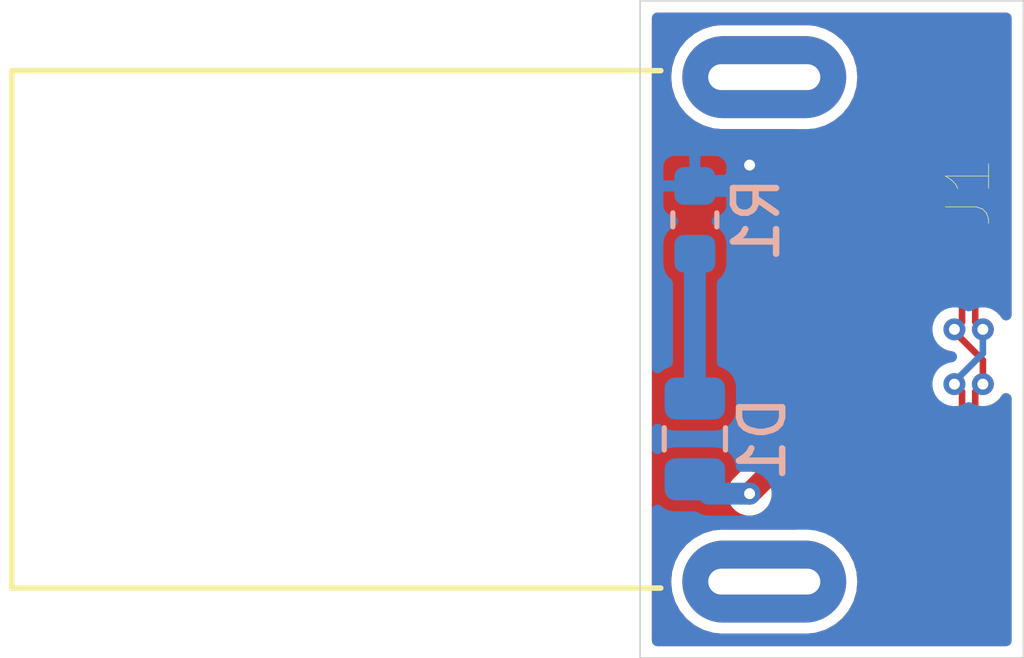
<source format=kicad_pcb>
(kicad_pcb (version 20171130) (host pcbnew 5.1.6-c6e7f7d~87~ubuntu19.10.1)

  (general
    (thickness 1.6002)
    (drawings 4)
    (tracks 61)
    (zones 0)
    (modules 3)
    (nets 10)
  )

  (page USLetter)
  (title_block
    (rev 1)
  )

  (layers
    (0 Front signal)
    (31 Back signal)
    (34 B.Paste user)
    (35 F.Paste user)
    (36 B.SilkS user)
    (37 F.SilkS user)
    (38 B.Mask user)
    (39 F.Mask user)
    (44 Edge.Cuts user)
    (45 Margin user)
    (46 B.CrtYd user hide)
    (47 F.CrtYd user hide)
    (49 F.Fab user hide)
  )

  (setup
    (last_trace_width 0.1524)
    (user_trace_width 0.254)
    (user_trace_width 0.508)
    (user_trace_width 0.762)
    (trace_clearance 0.1524)
    (zone_clearance 0.254)
    (zone_45_only no)
    (trace_min 0.1524)
    (via_size 0.508)
    (via_drill 0.254)
    (via_min_size 0.508)
    (via_min_drill 0.254)
    (user_via 0.6858 0.3302)
    (user_via 0.889 0.381)
    (uvia_size 0.6858)
    (uvia_drill 0.254)
    (uvias_allowed no)
    (uvia_min_size 0)
    (uvia_min_drill 0)
    (edge_width 0.0381)
    (segment_width 0.254)
    (pcb_text_width 0.3048)
    (pcb_text_size 1.524 1.524)
    (mod_edge_width 0.127)
    (mod_text_size 0.762 0.762)
    (mod_text_width 0.127)
    (pad_size 1.524 1.524)
    (pad_drill 0.762)
    (pad_to_mask_clearance 0.0508)
    (aux_axis_origin 0 0)
    (visible_elements FFFFFF7F)
    (pcbplotparams
      (layerselection 0x010fc_ffffffff)
      (usegerberextensions false)
      (usegerberattributes false)
      (usegerberadvancedattributes false)
      (creategerberjobfile false)
      (excludeedgelayer true)
      (linewidth 0.152400)
      (plotframeref false)
      (viasonmask false)
      (mode 1)
      (useauxorigin false)
      (hpglpennumber 1)
      (hpglpenspeed 20)
      (hpglpendiameter 15.000000)
      (psnegative false)
      (psa4output false)
      (plotreference true)
      (plotvalue false)
      (plotinvisibletext false)
      (padsonsilk false)
      (subtractmaskfromsilk true)
      (outputformat 1)
      (mirror false)
      (drillshape 0)
      (scaleselection 1)
      (outputdirectory "./gerbers"))
  )

  (net 0 "")
  (net 1 /VBUS)
  (net 2 "Net-(D1-Pad1)")
  (net 3 "Net-(J1-PadS1)")
  (net 4 /D_P)
  (net 5 /D_N)
  (net 6 "Net-(J1-Pad2)")
  (net 7 "Net-(J1-Pad7)")
  (net 8 "Net-(J1-Pad3)")
  (net 9 /GND)

  (net_class Default "This is the default net class."
    (clearance 0.1524)
    (trace_width 0.1524)
    (via_dia 0.508)
    (via_drill 0.254)
    (uvia_dia 0.6858)
    (uvia_drill 0.254)
    (diff_pair_width 0.1524)
    (diff_pair_gap 0.1524)
    (add_net /D_N)
    (add_net /D_P)
    (add_net /GND)
    (add_net /VBUS)
    (add_net "Net-(D1-Pad1)")
    (add_net "Net-(J1-Pad2)")
    (add_net "Net-(J1-Pad3)")
    (add_net "Net-(J1-Pad7)")
    (add_net "Net-(J1-PadS1)")
  )

  (module tom-passives:R_0603_1608Metric (layer Back) (tedit 5B301BBD) (tstamp 5F2C4236)
    (at 102.87 106.68 90)
    (descr "Resistor SMD 0603 (1608 Metric), square (rectangular) end terminal, IPC_7351 nominal, (Body size source: http://www.tortai-tech.com/upload/download/2011102023233369053.pdf), generated with kicad-footprint-generator")
    (tags resistor)
    (path /5F2C5EE1)
    (attr smd)
    (fp_text reference R1 (at 0 1.43 90) (layer B.SilkS)
      (effects (font (size 1 1) (thickness 0.15)) (justify mirror))
    )
    (fp_text value 2.2K (at 0 -1.43 90) (layer B.Fab)
      (effects (font (size 1 1) (thickness 0.15)) (justify mirror))
    )
    (fp_text user %R (at 0 0 90) (layer B.Fab)
      (effects (font (size 0.4 0.4) (thickness 0.06)) (justify mirror))
    )
    (fp_line (start -0.8 -0.4) (end -0.8 0.4) (layer B.Fab) (width 0.1))
    (fp_line (start -0.8 0.4) (end 0.8 0.4) (layer B.Fab) (width 0.1))
    (fp_line (start 0.8 0.4) (end 0.8 -0.4) (layer B.Fab) (width 0.1))
    (fp_line (start 0.8 -0.4) (end -0.8 -0.4) (layer B.Fab) (width 0.1))
    (fp_line (start -0.162779 0.51) (end 0.162779 0.51) (layer B.SilkS) (width 0.12))
    (fp_line (start -0.162779 -0.51) (end 0.162779 -0.51) (layer B.SilkS) (width 0.12))
    (fp_line (start -1.48 -0.73) (end -1.48 0.73) (layer B.CrtYd) (width 0.05))
    (fp_line (start -1.48 0.73) (end 1.48 0.73) (layer B.CrtYd) (width 0.05))
    (fp_line (start 1.48 0.73) (end 1.48 -0.73) (layer B.CrtYd) (width 0.05))
    (fp_line (start 1.48 -0.73) (end -1.48 -0.73) (layer B.CrtYd) (width 0.05))
    (pad 2 smd roundrect (at 0.7875 0 90) (size 0.875 0.95) (layers Back B.Paste B.Mask) (roundrect_rratio 0.25)
      (net 9 /GND))
    (pad 1 smd roundrect (at -0.7875 0 90) (size 0.875 0.95) (layers Back B.Paste B.Mask) (roundrect_rratio 0.25)
      (net 2 "Net-(D1-Pad1)"))
    (model ${KISYS3DMOD}/Resistor_SMD.3dshapes/R_0603_1608Metric.wrl
      (at (xyz 0 0 0))
      (scale (xyz 1 1 1))
      (rotate (xyz 0 0 0))
    )
  )

  (module usb3-loopback:AMPHENOL_GSB416445CHR (layer Front) (tedit 5F2C33DE) (tstamp 5F2C4005)
    (at 106.68 109.22 270)
    (path /5F2C35A3)
    (fp_text reference J1 (at -3.175 -2.54 90) (layer F.SilkS)
      (effects (font (size 1 1) (thickness 0.015)))
    )
    (fp_text value GSB416445CHR (at 7.62 20.955 90) (layer F.Fab)
      (effects (font (size 1 1) (thickness 0.015)))
    )
    (fp_line (start -6 0.9) (end -6 19.65) (layer F.Fab) (width 0.127))
    (fp_line (start -6 19.65) (end 6 19.65) (layer F.Fab) (width 0.127))
    (fp_line (start 6 19.65) (end 6 0.9) (layer F.Fab) (width 0.127))
    (fp_line (start 6 0.9) (end -6 0.9) (layer F.Fab) (width 0.127))
    (fp_line (start -6 19.65) (end 6 19.65) (layer F.SilkS) (width 0.127))
    (fp_line (start 6 19.65) (end 6 4.6) (layer F.SilkS) (width 0.127))
    (fp_line (start -6 4.6) (end -6 19.65) (layer F.SilkS) (width 0.127))
    (fp_line (start -6.25 4.4) (end -6.25 19.9) (layer F.CrtYd) (width 0.05))
    (fp_line (start -6.25 19.9) (end 6.25 19.9) (layer F.CrtYd) (width 0.05))
    (fp_line (start 6.25 19.9) (end 6.25 4.4) (layer F.CrtYd) (width 0.05))
    (fp_line (start 6.25 4.4) (end 7.05 4.4) (layer F.CrtYd) (width 0.05))
    (fp_line (start 7.05 4.4) (end 7.05 0) (layer F.CrtYd) (width 0.05))
    (fp_line (start 7.05 0) (end 4.6 0) (layer F.CrtYd) (width 0.05))
    (fp_line (start 4.6 0) (end 4.6 -1.4) (layer F.CrtYd) (width 0.05))
    (fp_line (start 4.6 -1.4) (end -4.6 -1.4) (layer F.CrtYd) (width 0.05))
    (fp_line (start -4.6 -1.4) (end -4.6 0) (layer F.CrtYd) (width 0.05))
    (fp_line (start -4.6 0) (end -7.05 0) (layer F.CrtYd) (width 0.05))
    (fp_line (start -7.05 0) (end -7.05 4.4) (layer F.CrtYd) (width 0.05))
    (fp_line (start -7.05 4.4) (end -6.25 4.4) (layer F.CrtYd) (width 0.05))
    (pad S2 thru_hole oval (at 5.85 2.2 270) (size 1.9 3.8) (drill oval 0.6 2.6) (layers *.Cu *.Mask)
      (net 3 "Net-(J1-PadS1)"))
    (pad S1 thru_hole oval (at -5.85 2.2 270) (size 1.9 3.8) (drill oval 0.6 2.6) (layers *.Cu *.Mask)
      (net 3 "Net-(J1-PadS1)"))
    (pad 9 smd rect (at 4 0 270) (size 0.7 2.3) (layers Front F.Paste F.Mask)
      (net 4 /D_P))
    (pad 1 smd rect (at 3 0 270) (size 0.7 2.3) (layers Front F.Paste F.Mask)
      (net 1 /VBUS))
    (pad 8 smd rect (at 2 0 270) (size 0.7 2.3) (layers Front F.Paste F.Mask)
      (net 5 /D_N))
    (pad 2 smd rect (at 1 0 270) (size 0.7 2.3) (layers Front F.Paste F.Mask)
      (net 6 "Net-(J1-Pad2)"))
    (pad 7 smd rect (at 0 0 270) (size 0.7 2.3) (layers Front F.Paste F.Mask)
      (net 7 "Net-(J1-Pad7)"))
    (pad 3 smd rect (at -1 0 270) (size 0.7 2.3) (layers Front F.Paste F.Mask)
      (net 8 "Net-(J1-Pad3)"))
    (pad 6 smd rect (at -2 0 270) (size 0.7 2.3) (layers Front F.Paste F.Mask)
      (net 4 /D_P))
    (pad 4 smd rect (at -3 0 270) (size 0.7 2.3) (layers Front F.Paste F.Mask)
      (net 9 /GND))
    (pad 5 smd rect (at -4 0 270) (size 0.7 2.3) (layers Front F.Paste F.Mask)
      (net 5 /D_N))
  )

  (module tom-passives:C_0805_2012Metric (layer Back) (tedit 5B36C52B) (tstamp 5F2C4057)
    (at 102.87 111.76 270)
    (descr "Capacitor SMD 0805 (2012 Metric), square (rectangular) end terminal, IPC_7351 nominal, (Body size source: https://docs.google.com/spreadsheets/d/1BsfQQcO9C6DZCsRaXUlFlo91Tg2WpOkGARC1WS5S8t0/edit?usp=sharing), generated with kicad-footprint-generator")
    (tags capacitor)
    (path /5F2C4750)
    (attr smd)
    (fp_text reference D1 (at 0.005272 -1.570553 90) (layer B.SilkS)
      (effects (font (size 1 1) (thickness 0.15)) (justify mirror))
    )
    (fp_text value LED (at 0 -1.65 90) (layer B.Fab)
      (effects (font (size 1 1) (thickness 0.15)) (justify mirror))
    )
    (fp_text user %R (at 0 0 90) (layer B.Fab)
      (effects (font (size 0.5 0.5) (thickness 0.08)) (justify mirror))
    )
    (fp_line (start -1 -0.6) (end -1 0.6) (layer B.Fab) (width 0.1))
    (fp_line (start -1 0.6) (end 1 0.6) (layer B.Fab) (width 0.1))
    (fp_line (start 1 0.6) (end 1 -0.6) (layer B.Fab) (width 0.1))
    (fp_line (start 1 -0.6) (end -1 -0.6) (layer B.Fab) (width 0.1))
    (fp_line (start -0.258578 0.71) (end 0.258578 0.71) (layer B.SilkS) (width 0.12))
    (fp_line (start -0.258578 -0.71) (end 0.258578 -0.71) (layer B.SilkS) (width 0.12))
    (fp_line (start -1.68 -0.95) (end -1.68 0.95) (layer B.CrtYd) (width 0.05))
    (fp_line (start -1.68 0.95) (end 1.68 0.95) (layer B.CrtYd) (width 0.05))
    (fp_line (start 1.68 0.95) (end 1.68 -0.95) (layer B.CrtYd) (width 0.05))
    (fp_line (start 1.68 -0.95) (end -1.68 -0.95) (layer B.CrtYd) (width 0.05))
    (pad 2 smd roundrect (at 0.9375 0 270) (size 0.975 1.4) (layers Back B.Paste B.Mask) (roundrect_rratio 0.25)
      (net 1 /VBUS))
    (pad 1 smd roundrect (at -0.9375 0 270) (size 0.975 1.4) (layers Back B.Paste B.Mask) (roundrect_rratio 0.25)
      (net 2 "Net-(D1-Pad1)"))
    (model ${KISYS3DMOD}/Capacitor_SMD.3dshapes/C_0805_2012Metric.wrl
      (at (xyz 0 0 0))
      (scale (xyz 1 1 1))
      (rotate (xyz 0 0 0))
    )
  )

  (gr_line (start 101.6 116.84) (end 101.6 101.6) (layer Edge.Cuts) (width 0.0381) (tstamp 5F2C42DC))
  (gr_line (start 110.49 116.84) (end 101.6 116.84) (layer Edge.Cuts) (width 0.0381))
  (gr_line (start 110.49 101.6) (end 110.49 116.84) (layer Edge.Cuts) (width 0.0381))
  (gr_line (start 101.6 101.6) (end 110.49 101.6) (layer Edge.Cuts) (width 0.0381))

  (via (at 104.14 113.03) (size 0.508) (drill 0.254) (layers Front Back) (net 1))
  (segment (start 104.95 112.22) (end 104.14 113.03) (width 0.508) (layer Front) (net 1))
  (segment (start 106.68 112.22) (end 104.95 112.22) (width 0.508) (layer Front) (net 1))
  (segment (start 103.2025 113.03) (end 102.87 112.6975) (width 0.508) (layer Back) (net 1))
  (segment (start 104.14 113.03) (end 103.2025 113.03) (width 0.508) (layer Back) (net 1))
  (segment (start 102.87 110.8225) (end 102.87 107.4675) (width 0.508) (layer Back) (net 2))
  (segment (start 107.48 113.22) (end 107.901399 112.798601) (width 0.1524) (layer Front) (net 4))
  (segment (start 107.901399 112.798601) (end 108.012881 112.798601) (width 0.1524) (layer Front) (net 4))
  (segment (start 108.012881 112.798601) (end 108.058601 112.752881) (width 0.1524) (layer Front) (net 4))
  (segment (start 108.058601 112.752881) (end 108.058601 112.641399) (width 0.1524) (layer Front) (net 4))
  (segment (start 108.058601 112.641399) (end 108.3276 112.3724) (width 0.1524) (layer Front) (net 4))
  (segment (start 106.68 113.22) (end 107.48 113.22) (width 0.1524) (layer Front) (net 4))
  (segment (start 108.3276 112.3724) (end 108.823128 112.3724) (width 0.1524) (layer Front) (net 4))
  (segment (start 109.3724 110.6678) (end 109.5502 110.49) (width 0.1524) (layer Front) (net 4))
  (segment (start 108.823128 112.3724) (end 109.3724 111.823128) (width 0.1524) (layer Front) (net 4))
  (segment (start 109.3724 111.823128) (end 109.3724 110.6678) (width 0.1524) (layer Front) (net 4))
  (via (at 109.5502 110.49) (size 0.508) (drill 0.254) (layers Front Back) (net 4))
  (segment (start 107.48 107.22) (end 107.901399 106.798601) (width 0.1524) (layer Front) (net 4))
  (segment (start 107.901399 106.798601) (end 108.012881 106.798601) (width 0.1524) (layer Front) (net 4))
  (segment (start 108.012881 106.798601) (end 108.058601 106.752881) (width 0.1524) (layer Front) (net 4))
  (segment (start 108.058601 106.752881) (end 108.058601 106.641399) (width 0.1524) (layer Front) (net 4))
  (segment (start 108.058601 106.641399) (end 108.3276 106.3724) (width 0.1524) (layer Front) (net 4))
  (segment (start 108.3276 106.3724) (end 108.696872 106.3724) (width 0.1524) (layer Front) (net 4))
  (segment (start 106.68 107.22) (end 107.48 107.22) (width 0.1524) (layer Front) (net 4))
  (segment (start 109.0676 109.0422) (end 108.8898 109.22) (width 0.1524) (layer Front) (net 4))
  (segment (start 109.0676 106.743128) (end 109.0676 109.0422) (width 0.1524) (layer Front) (net 4))
  (segment (start 108.696872 106.3724) (end 109.0676 106.743128) (width 0.1524) (layer Front) (net 4))
  (via (at 108.8898 109.22) (size 0.508) (drill 0.254) (layers Front Back) (net 4))
  (segment (start 108.8898 109.27385) (end 108.8898 109.22) (width 0.1524) (layer Front) (net 4))
  (segment (start 109.5502 109.93425) (end 108.8898 109.27385) (width 0.1524) (layer Front) (net 4))
  (segment (start 109.5502 110.49) (end 109.5502 109.93425) (width 0.1524) (layer Front) (net 4))
  (segment (start 108.012881 111.641399) (end 108.058601 111.687119) (width 0.1524) (layer Front) (net 5))
  (segment (start 108.3276 112.0676) (end 108.696872 112.0676) (width 0.1524) (layer Front) (net 5))
  (segment (start 106.68 111.22) (end 107.48 111.22) (width 0.1524) (layer Front) (net 5))
  (segment (start 107.48 111.22) (end 107.901399 111.641399) (width 0.1524) (layer Front) (net 5))
  (segment (start 107.901399 111.641399) (end 108.012881 111.641399) (width 0.1524) (layer Front) (net 5))
  (segment (start 108.058601 111.798601) (end 108.3276 112.0676) (width 0.1524) (layer Front) (net 5))
  (segment (start 108.058601 111.687119) (end 108.058601 111.798601) (width 0.1524) (layer Front) (net 5))
  (segment (start 109.0676 110.6678) (end 108.8898 110.49) (width 0.1524) (layer Front) (net 5))
  (segment (start 109.0676 111.696872) (end 109.0676 110.6678) (width 0.1524) (layer Front) (net 5))
  (segment (start 108.696872 112.0676) (end 109.0676 111.696872) (width 0.1524) (layer Front) (net 5))
  (via (at 108.8898 110.49) (size 0.508) (drill 0.254) (layers Front Back) (net 5))
  (segment (start 108.3276 106.0676) (end 108.823128 106.0676) (width 0.1524) (layer Front) (net 5))
  (segment (start 107.48 105.22) (end 107.901399 105.641399) (width 0.1524) (layer Front) (net 5))
  (segment (start 106.68 105.22) (end 107.48 105.22) (width 0.1524) (layer Front) (net 5))
  (segment (start 107.901399 105.641399) (end 108.012881 105.641399) (width 0.1524) (layer Front) (net 5))
  (segment (start 108.012881 105.641399) (end 108.058601 105.687119) (width 0.1524) (layer Front) (net 5))
  (segment (start 108.058601 105.687119) (end 108.058601 105.798601) (width 0.1524) (layer Front) (net 5))
  (segment (start 108.058601 105.798601) (end 108.3276 106.0676) (width 0.1524) (layer Front) (net 5))
  (segment (start 109.3724 109.0422) (end 109.5502 109.22) (width 0.1524) (layer Front) (net 5))
  (segment (start 108.823128 106.0676) (end 109.3724 106.616872) (width 0.1524) (layer Front) (net 5))
  (segment (start 109.3724 106.616872) (end 109.3724 109.0422) (width 0.1524) (layer Front) (net 5))
  (via (at 109.5502 109.22) (size 0.508) (drill 0.254) (layers Front Back) (net 5))
  (segment (start 108.8898 110.43615) (end 108.8898 110.49) (width 0.1524) (layer Back) (net 5))
  (segment (start 109.5502 109.77575) (end 108.8898 110.43615) (width 0.1524) (layer Back) (net 5))
  (segment (start 109.5502 109.22) (end 109.5502 109.77575) (width 0.1524) (layer Back) (net 5))
  (via (at 104.14 105.41) (size 0.508) (drill 0.254) (layers Front Back) (net 9))
  (segment (start 103.6575 105.8925) (end 104.14 105.41) (width 0.508) (layer Back) (net 9))
  (segment (start 102.87 105.8925) (end 103.6575 105.8925) (width 0.508) (layer Back) (net 9))
  (segment (start 104.95 106.22) (end 106.68 106.22) (width 0.508) (layer Front) (net 9))
  (segment (start 104.14 105.41) (end 104.95 106.22) (width 0.508) (layer Front) (net 9))

  (zone (net 9) (net_name /GND) (layer Front) (tstamp 0) (hatch edge 0.508)
    (connect_pads (clearance 0.254))
    (min_thickness 0.254)
    (fill yes (arc_segments 32) (thermal_gap 0.254) (thermal_bridge_width 0.255))
    (polygon
      (pts
        (xy 110.49 116.84) (xy 101.6 116.84) (xy 101.6 101.6) (xy 110.49 101.6)
      )
    )
    (filled_polygon
      (pts
        (xy 110.08995 108.884825) (xy 110.043436 108.815211) (xy 109.954989 108.726764) (xy 109.850985 108.657271) (xy 109.8296 108.648413)
        (xy 109.8296 106.639322) (xy 109.831811 106.616872) (xy 109.8296 106.594422) (xy 109.8296 106.594412) (xy 109.822985 106.527245)
        (xy 109.796841 106.441063) (xy 109.754387 106.361636) (xy 109.697253 106.292019) (xy 109.679809 106.277703) (xy 109.162302 105.760197)
        (xy 109.147981 105.742747) (xy 109.078364 105.685613) (xy 108.998937 105.643159) (xy 108.912755 105.617015) (xy 108.845588 105.6104)
        (xy 108.845578 105.6104) (xy 108.823128 105.608189) (xy 108.800678 105.6104) (xy 108.516977 105.6104) (xy 108.509745 105.603168)
        (xy 108.509186 105.597492) (xy 108.483042 105.51131) (xy 108.440588 105.431883) (xy 108.383454 105.362266) (xy 108.366005 105.347946)
        (xy 108.352055 105.333996) (xy 108.337734 105.316546) (xy 108.268117 105.259412) (xy 108.212843 105.229868) (xy 108.212843 104.87)
        (xy 108.205487 104.795311) (xy 108.183701 104.723492) (xy 108.148322 104.657304) (xy 108.100711 104.599289) (xy 108.042696 104.551678)
        (xy 107.976508 104.516299) (xy 107.904689 104.494513) (xy 107.83 104.487157) (xy 106.163471 104.487157) (xy 106.173042 104.482041)
        (xy 106.375713 104.315713) (xy 106.542041 104.113042) (xy 106.665633 103.881816) (xy 106.741741 103.630922) (xy 106.76744 103.37)
        (xy 106.741741 103.109078) (xy 106.665633 102.858184) (xy 106.542041 102.626958) (xy 106.375713 102.424287) (xy 106.173042 102.257959)
        (xy 105.941816 102.134367) (xy 105.690922 102.058259) (xy 105.495385 102.039) (xy 103.464615 102.039) (xy 103.269078 102.058259)
        (xy 103.018184 102.134367) (xy 102.786958 102.257959) (xy 102.584287 102.424287) (xy 102.417959 102.626958) (xy 102.294367 102.858184)
        (xy 102.218259 103.109078) (xy 102.19256 103.37) (xy 102.218259 103.630922) (xy 102.294367 103.881816) (xy 102.417959 104.113042)
        (xy 102.584287 104.315713) (xy 102.786958 104.482041) (xy 103.018184 104.605633) (xy 103.269078 104.681741) (xy 103.464615 104.701)
        (xy 105.188321 104.701) (xy 105.176299 104.723492) (xy 105.154513 104.795311) (xy 105.147157 104.87) (xy 105.147157 105.57)
        (xy 105.154513 105.644689) (xy 105.176299 105.716508) (xy 105.178166 105.72) (xy 105.176299 105.723492) (xy 105.154513 105.795311)
        (xy 105.147157 105.87) (xy 105.149 106.12425) (xy 105.24425 106.2195) (xy 106.6795 106.2195) (xy 106.6795 106.1995)
        (xy 106.6805 106.1995) (xy 106.6805 106.2195) (xy 106.7005 106.2195) (xy 106.7005 106.2205) (xy 106.6805 106.2205)
        (xy 106.6805 106.2405) (xy 106.6795 106.2405) (xy 106.6795 106.2205) (xy 105.24425 106.2205) (xy 105.149 106.31575)
        (xy 105.147157 106.57) (xy 105.154513 106.644689) (xy 105.176299 106.716508) (xy 105.178166 106.72) (xy 105.176299 106.723492)
        (xy 105.154513 106.795311) (xy 105.147157 106.87) (xy 105.147157 107.57) (xy 105.154513 107.644689) (xy 105.176299 107.716508)
        (xy 105.178166 107.72) (xy 105.176299 107.723492) (xy 105.154513 107.795311) (xy 105.147157 107.87) (xy 105.147157 108.57)
        (xy 105.154513 108.644689) (xy 105.176299 108.716508) (xy 105.178166 108.72) (xy 105.176299 108.723492) (xy 105.154513 108.795311)
        (xy 105.147157 108.87) (xy 105.147157 109.57) (xy 105.154513 109.644689) (xy 105.176299 109.716508) (xy 105.178166 109.72)
        (xy 105.176299 109.723492) (xy 105.154513 109.795311) (xy 105.147157 109.87) (xy 105.147157 110.57) (xy 105.154513 110.644689)
        (xy 105.176299 110.716508) (xy 105.178166 110.72) (xy 105.176299 110.723492) (xy 105.154513 110.795311) (xy 105.147157 110.87)
        (xy 105.147157 111.57) (xy 105.148634 111.585) (xy 104.981181 111.585) (xy 104.95 111.581929) (xy 104.918819 111.585)
        (xy 104.918808 111.585) (xy 104.825518 111.594188) (xy 104.70582 111.630498) (xy 104.595506 111.689463) (xy 104.498815 111.768815)
        (xy 104.47893 111.793045) (xy 103.735214 112.536762) (xy 103.735211 112.536764) (xy 103.646764 112.625211) (xy 103.629344 112.651282)
        (xy 103.609463 112.675507) (xy 103.594688 112.703148) (xy 103.577271 112.729215) (xy 103.565275 112.758176) (xy 103.550498 112.785821)
        (xy 103.5414 112.815815) (xy 103.529403 112.844777) (xy 103.523286 112.87553) (xy 103.514189 112.905519) (xy 103.511118 112.936702)
        (xy 103.505 112.967458) (xy 103.505 112.998819) (xy 103.501929 113.03) (xy 103.505 113.061181) (xy 103.505 113.092542)
        (xy 103.511118 113.123298) (xy 103.514189 113.154481) (xy 103.523286 113.18447) (xy 103.529403 113.215223) (xy 103.5414 113.244185)
        (xy 103.550498 113.274179) (xy 103.565275 113.301824) (xy 103.577271 113.330785) (xy 103.594688 113.356852) (xy 103.609463 113.384493)
        (xy 103.629345 113.40872) (xy 103.646764 113.434789) (xy 103.668931 113.456956) (xy 103.688815 113.481185) (xy 103.713043 113.501068)
        (xy 103.735211 113.523236) (xy 103.76128 113.540655) (xy 103.785507 113.560537) (xy 103.813148 113.575312) (xy 103.839215 113.592729)
        (xy 103.868176 113.604725) (xy 103.895821 113.619502) (xy 103.925815 113.6286) (xy 103.954777 113.640597) (xy 103.98553 113.646714)
        (xy 104.015519 113.655811) (xy 104.046702 113.658882) (xy 104.077458 113.665) (xy 104.108819 113.665) (xy 104.14 113.668071)
        (xy 104.171181 113.665) (xy 104.202542 113.665) (xy 104.233298 113.658882) (xy 104.264481 113.655811) (xy 104.29447 113.646714)
        (xy 104.325223 113.640597) (xy 104.354185 113.6286) (xy 104.384179 113.619502) (xy 104.411824 113.604725) (xy 104.440785 113.592729)
        (xy 104.466852 113.575312) (xy 104.494493 113.560537) (xy 104.518718 113.540656) (xy 104.544789 113.523236) (xy 104.633236 113.434789)
        (xy 104.633238 113.434786) (xy 105.147157 112.920868) (xy 105.147157 113.57) (xy 105.154513 113.644689) (xy 105.176299 113.716508)
        (xy 105.188321 113.739) (xy 103.464615 113.739) (xy 103.269078 113.758259) (xy 103.018184 113.834367) (xy 102.786958 113.957959)
        (xy 102.584287 114.124287) (xy 102.417959 114.326958) (xy 102.294367 114.558184) (xy 102.218259 114.809078) (xy 102.19256 115.07)
        (xy 102.218259 115.330922) (xy 102.294367 115.581816) (xy 102.417959 115.813042) (xy 102.584287 116.015713) (xy 102.786958 116.182041)
        (xy 103.018184 116.305633) (xy 103.269078 116.381741) (xy 103.464615 116.401) (xy 105.495385 116.401) (xy 105.690922 116.381741)
        (xy 105.941816 116.305633) (xy 106.173042 116.182041) (xy 106.375713 116.015713) (xy 106.542041 115.813042) (xy 106.665633 115.581816)
        (xy 106.741741 115.330922) (xy 106.76744 115.07) (xy 106.741741 114.809078) (xy 106.665633 114.558184) (xy 106.542041 114.326958)
        (xy 106.375713 114.124287) (xy 106.173042 113.957959) (xy 106.163471 113.952843) (xy 107.83 113.952843) (xy 107.904689 113.945487)
        (xy 107.976508 113.923701) (xy 108.042696 113.888322) (xy 108.100711 113.840711) (xy 108.148322 113.782696) (xy 108.183701 113.716508)
        (xy 108.205487 113.644689) (xy 108.212843 113.57) (xy 108.212843 113.210132) (xy 108.268117 113.180588) (xy 108.337734 113.123454)
        (xy 108.352055 113.106004) (xy 108.366005 113.092054) (xy 108.383454 113.077734) (xy 108.440588 113.008117) (xy 108.483042 112.92869)
        (xy 108.509186 112.842508) (xy 108.509745 112.836832) (xy 108.516977 112.8296) (xy 108.800678 112.8296) (xy 108.823128 112.831811)
        (xy 108.845578 112.8296) (xy 108.845588 112.8296) (xy 108.912755 112.822985) (xy 108.998937 112.796841) (xy 109.078364 112.754387)
        (xy 109.147981 112.697253) (xy 109.162302 112.679803) (xy 109.679809 112.162297) (xy 109.697253 112.147981) (xy 109.754387 112.078364)
        (xy 109.796841 111.998937) (xy 109.822985 111.912755) (xy 109.8296 111.845588) (xy 109.8296 111.845578) (xy 109.831811 111.823128)
        (xy 109.8296 111.800678) (xy 109.8296 111.061587) (xy 109.850985 111.052729) (xy 109.954989 110.983236) (xy 110.043436 110.894789)
        (xy 110.089951 110.825175) (xy 110.089951 116.43995) (xy 102.00005 116.43995) (xy 102.00005 102.00005) (xy 110.08995 102.00005)
      )
    )
  )
  (zone (net 9) (net_name /GND) (layer Back) (tstamp 0) (hatch edge 0.508)
    (connect_pads (clearance 0.254))
    (min_thickness 0.254)
    (fill yes (arc_segments 32) (thermal_gap 0.254) (thermal_bridge_width 0.255))
    (polygon
      (pts
        (xy 110.49 116.84) (xy 101.6 116.84) (xy 101.6 101.6) (xy 110.49 101.6)
      )
    )
    (filled_polygon
      (pts
        (xy 110.08995 108.884825) (xy 110.043436 108.815211) (xy 109.954989 108.726764) (xy 109.850985 108.657271) (xy 109.735423 108.609403)
        (xy 109.612742 108.585) (xy 109.487658 108.585) (xy 109.364977 108.609403) (xy 109.249415 108.657271) (xy 109.22 108.676925)
        (xy 109.190585 108.657271) (xy 109.075023 108.609403) (xy 108.952342 108.585) (xy 108.827258 108.585) (xy 108.704577 108.609403)
        (xy 108.589015 108.657271) (xy 108.485011 108.726764) (xy 108.396564 108.815211) (xy 108.327071 108.919215) (xy 108.279203 109.034777)
        (xy 108.2548 109.157458) (xy 108.2548 109.282542) (xy 108.279203 109.405223) (xy 108.327071 109.520785) (xy 108.396564 109.624789)
        (xy 108.485011 109.713236) (xy 108.589015 109.782729) (xy 108.704577 109.830597) (xy 108.824851 109.854521) (xy 108.823656 109.855717)
        (xy 108.704577 109.879403) (xy 108.589015 109.927271) (xy 108.485011 109.996764) (xy 108.396564 110.085211) (xy 108.327071 110.189215)
        (xy 108.279203 110.304777) (xy 108.2548 110.427458) (xy 108.2548 110.552542) (xy 108.279203 110.675223) (xy 108.327071 110.790785)
        (xy 108.396564 110.894789) (xy 108.485011 110.983236) (xy 108.589015 111.052729) (xy 108.704577 111.100597) (xy 108.827258 111.125)
        (xy 108.952342 111.125) (xy 109.075023 111.100597) (xy 109.190585 111.052729) (xy 109.22 111.033075) (xy 109.249415 111.052729)
        (xy 109.364977 111.100597) (xy 109.487658 111.125) (xy 109.612742 111.125) (xy 109.735423 111.100597) (xy 109.850985 111.052729)
        (xy 109.954989 110.983236) (xy 110.043436 110.894789) (xy 110.089951 110.825175) (xy 110.089951 116.43995) (xy 102.00005 116.43995)
        (xy 102.00005 115.07) (xy 102.19256 115.07) (xy 102.218259 115.330922) (xy 102.294367 115.581816) (xy 102.417959 115.813042)
        (xy 102.584287 116.015713) (xy 102.786958 116.182041) (xy 103.018184 116.305633) (xy 103.269078 116.381741) (xy 103.464615 116.401)
        (xy 105.495385 116.401) (xy 105.690922 116.381741) (xy 105.941816 116.305633) (xy 106.173042 116.182041) (xy 106.375713 116.015713)
        (xy 106.542041 115.813042) (xy 106.665633 115.581816) (xy 106.741741 115.330922) (xy 106.76744 115.07) (xy 106.741741 114.809078)
        (xy 106.665633 114.558184) (xy 106.542041 114.326958) (xy 106.375713 114.124287) (xy 106.173042 113.957959) (xy 105.941816 113.834367)
        (xy 105.690922 113.758259) (xy 105.495385 113.739) (xy 103.464615 113.739) (xy 103.269078 113.758259) (xy 103.018184 113.834367)
        (xy 102.786958 113.957959) (xy 102.584287 114.124287) (xy 102.417959 114.326958) (xy 102.294367 114.558184) (xy 102.218259 114.809078)
        (xy 102.19256 115.07) (xy 102.00005 115.07) (xy 102.00005 113.40842) (xy 102.065634 113.462243) (xy 102.173963 113.520146)
        (xy 102.291508 113.555803) (xy 102.41375 113.567843) (xy 102.861674 113.567843) (xy 102.95832 113.619502) (xy 103.078018 113.655812)
        (xy 103.171308 113.665) (xy 103.171318 113.665) (xy 103.202499 113.668071) (xy 103.23368 113.665) (xy 104.202542 113.665)
        (xy 104.233287 113.658884) (xy 104.264482 113.655812) (xy 104.29448 113.646712) (xy 104.325223 113.640597) (xy 104.35418 113.628602)
        (xy 104.38418 113.619502) (xy 104.411828 113.604723) (xy 104.440785 113.592729) (xy 104.466848 113.575314) (xy 104.494494 113.560537)
        (xy 104.518724 113.540652) (xy 104.544789 113.523236) (xy 104.566957 113.501068) (xy 104.591185 113.481185) (xy 104.61107 113.456955)
        (xy 104.633236 113.434789) (xy 104.650652 113.408724) (xy 104.670537 113.384494) (xy 104.685314 113.356848) (xy 104.702729 113.330785)
        (xy 104.714723 113.301828) (xy 104.729502 113.27418) (xy 104.738602 113.24418) (xy 104.750597 113.215223) (xy 104.756712 113.18448)
        (xy 104.765812 113.154482) (xy 104.768884 113.123287) (xy 104.775 113.092542) (xy 104.775 113.061192) (xy 104.778072 113.03)
        (xy 104.775 112.998808) (xy 104.775 112.967458) (xy 104.768884 112.936713) (xy 104.765812 112.905518) (xy 104.756712 112.87552)
        (xy 104.750597 112.844777) (xy 104.738602 112.81582) (xy 104.729502 112.78582) (xy 104.714723 112.758172) (xy 104.702729 112.729215)
        (xy 104.685314 112.703152) (xy 104.670537 112.675506) (xy 104.650652 112.651276) (xy 104.633236 112.625211) (xy 104.611069 112.603044)
        (xy 104.591185 112.578815) (xy 104.566955 112.55893) (xy 104.544789 112.536764) (xy 104.518724 112.519348) (xy 104.494494 112.499463)
        (xy 104.466848 112.484686) (xy 104.440785 112.467271) (xy 104.411828 112.455277) (xy 104.38418 112.440498) (xy 104.35418 112.431398)
        (xy 104.325223 112.419403) (xy 104.29448 112.413288) (xy 104.264482 112.404188) (xy 104.233287 112.401116) (xy 104.202542 112.395)
        (xy 103.947057 112.395) (xy 103.940803 112.331508) (xy 103.905146 112.213963) (xy 103.847243 112.105634) (xy 103.769318 112.010682)
        (xy 103.674366 111.932757) (xy 103.566037 111.874854) (xy 103.448492 111.839197) (xy 103.32625 111.827157) (xy 102.41375 111.827157)
        (xy 102.291508 111.839197) (xy 102.173963 111.874854) (xy 102.065634 111.932757) (xy 102.00005 111.98658) (xy 102.00005 111.53342)
        (xy 102.065634 111.587243) (xy 102.173963 111.645146) (xy 102.291508 111.680803) (xy 102.41375 111.692843) (xy 103.32625 111.692843)
        (xy 103.448492 111.680803) (xy 103.566037 111.645146) (xy 103.674366 111.587243) (xy 103.769318 111.509318) (xy 103.847243 111.414366)
        (xy 103.905146 111.306037) (xy 103.940803 111.188492) (xy 103.952843 111.06625) (xy 103.952843 110.57875) (xy 103.940803 110.456508)
        (xy 103.905146 110.338963) (xy 103.847243 110.230634) (xy 103.769318 110.135682) (xy 103.674366 110.057757) (xy 103.566037 109.999854)
        (xy 103.505 109.981339) (xy 103.505 108.149917) (xy 103.55164 108.11164) (xy 103.626456 108.020477) (xy 103.682049 107.91647)
        (xy 103.716284 107.803615) (xy 103.727843 107.68625) (xy 103.727843 107.24875) (xy 103.716284 107.131385) (xy 103.682049 107.01853)
        (xy 103.626456 106.914523) (xy 103.55164 106.82336) (xy 103.460477 106.748544) (xy 103.38611 106.708794) (xy 103.419689 106.705487)
        (xy 103.491508 106.683701) (xy 103.557696 106.648322) (xy 103.615711 106.600711) (xy 103.663322 106.542696) (xy 103.698701 106.476508)
        (xy 103.720487 106.404689) (xy 103.727843 106.33) (xy 103.726 105.98825) (xy 103.63075 105.893) (xy 102.8705 105.893)
        (xy 102.8705 105.913) (xy 102.8695 105.913) (xy 102.8695 105.893) (xy 102.10925 105.893) (xy 102.014 105.98825)
        (xy 102.012157 106.33) (xy 102.019513 106.404689) (xy 102.041299 106.476508) (xy 102.076678 106.542696) (xy 102.124289 106.600711)
        (xy 102.182304 106.648322) (xy 102.248492 106.683701) (xy 102.320311 106.705487) (xy 102.35389 106.708794) (xy 102.279523 106.748544)
        (xy 102.18836 106.82336) (xy 102.113544 106.914523) (xy 102.057951 107.01853) (xy 102.023716 107.131385) (xy 102.012157 107.24875)
        (xy 102.012157 107.68625) (xy 102.023716 107.803615) (xy 102.057951 107.91647) (xy 102.113544 108.020477) (xy 102.18836 108.11164)
        (xy 102.235001 108.149917) (xy 102.235 109.981338) (xy 102.173963 109.999854) (xy 102.065634 110.057757) (xy 102.00005 110.11158)
        (xy 102.00005 105.455) (xy 102.012157 105.455) (xy 102.014 105.79675) (xy 102.10925 105.892) (xy 102.8695 105.892)
        (xy 102.8695 105.16925) (xy 102.8705 105.16925) (xy 102.8705 105.892) (xy 103.63075 105.892) (xy 103.726 105.79675)
        (xy 103.727843 105.455) (xy 103.720487 105.380311) (xy 103.698701 105.308492) (xy 103.663322 105.242304) (xy 103.615711 105.184289)
        (xy 103.557696 105.136678) (xy 103.491508 105.101299) (xy 103.419689 105.079513) (xy 103.345 105.072157) (xy 102.96575 105.074)
        (xy 102.8705 105.16925) (xy 102.8695 105.16925) (xy 102.77425 105.074) (xy 102.395 105.072157) (xy 102.320311 105.079513)
        (xy 102.248492 105.101299) (xy 102.182304 105.136678) (xy 102.124289 105.184289) (xy 102.076678 105.242304) (xy 102.041299 105.308492)
        (xy 102.019513 105.380311) (xy 102.012157 105.455) (xy 102.00005 105.455) (xy 102.00005 103.37) (xy 102.19256 103.37)
        (xy 102.218259 103.630922) (xy 102.294367 103.881816) (xy 102.417959 104.113042) (xy 102.584287 104.315713) (xy 102.786958 104.482041)
        (xy 103.018184 104.605633) (xy 103.269078 104.681741) (xy 103.464615 104.701) (xy 105.495385 104.701) (xy 105.690922 104.681741)
        (xy 105.941816 104.605633) (xy 106.173042 104.482041) (xy 106.375713 104.315713) (xy 106.542041 104.113042) (xy 106.665633 103.881816)
        (xy 106.741741 103.630922) (xy 106.76744 103.37) (xy 106.741741 103.109078) (xy 106.665633 102.858184) (xy 106.542041 102.626958)
        (xy 106.375713 102.424287) (xy 106.173042 102.257959) (xy 105.941816 102.134367) (xy 105.690922 102.058259) (xy 105.495385 102.039)
        (xy 103.464615 102.039) (xy 103.269078 102.058259) (xy 103.018184 102.134367) (xy 102.786958 102.257959) (xy 102.584287 102.424287)
        (xy 102.417959 102.626958) (xy 102.294367 102.858184) (xy 102.218259 103.109078) (xy 102.19256 103.37) (xy 102.00005 103.37)
        (xy 102.00005 102.00005) (xy 110.08995 102.00005)
      )
    )
  )
)

</source>
